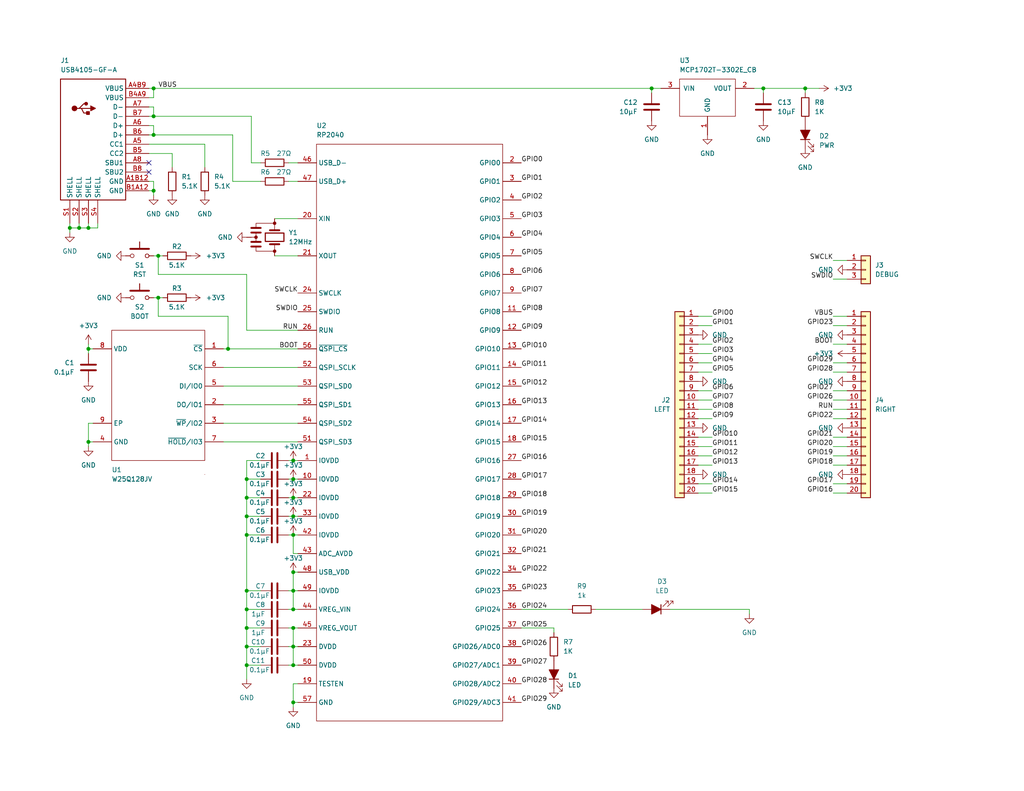
<source format=kicad_sch>
(kicad_sch (version 20211123) (generator eeschema)
  (paper "USLetter")
  (title_block (title "ENGR3430 Miniproject 3") (date "2022-09-22") (company "Olin College of Engineering"))
  (lib_symbols
    (symbol "Connector_Generic:Conn_01x03" (pin_names (offset 1.016) hide)
      (property "Reference" "J" (at 0 5.08 0))
      (property "Value" "Conn_01x03" (at 0 -5.08 0))
      (symbol "Conn_01x03_1_1"
        (rectangle (start -1.27 -2.413) (end 0 -2.667) (stroke (width 0.1524)))
        (rectangle (start -1.27 0.127) (end 0 -0.127) (stroke (width 0.1524)))
        (rectangle (start -1.27 2.667) (end 0 2.413) (stroke (width 0.1524)))
        (rectangle (start -1.27 3.81) (end 1.27 -3.81) (stroke (width 0.254)) (fill (type background)))
        (pin passive line (at -5.08 2.54 0) (length 3.81) (name "Pin_1") (number "1"))
        (pin passive line (at -5.08 0 0) (length 3.81) (name "Pin_2") (number "2"))
        (pin passive line (at -5.08 -2.54 0) (length 3.81) (name "Pin_3") (number "3"))
      )
    )
    (symbol "Connector_Generic:Conn_01x20" (pin_names (offset 1.016) hide)
      (property "Reference" "J" (at 0 25.4 0))
      (property "Value" "Conn_01x20" (at 0 -27.94 0))
      (symbol "Conn_01x20_1_1"
        (rectangle (start -1.27 -25.273) (end 0 -25.527) (stroke (width 0.1524)))
        (rectangle (start -1.27 -22.733) (end 0 -22.987) (stroke (width 0.1524)))
        (rectangle (start -1.27 -20.193) (end 0 -20.447) (stroke (width 0.1524)))
        (rectangle (start -1.27 -17.653) (end 0 -17.907) (stroke (width 0.1524)))
        (rectangle (start -1.27 -15.113) (end 0 -15.367) (stroke (width 0.1524)))
        (rectangle (start -1.27 -12.573) (end 0 -12.827) (stroke (width 0.1524)))
        (rectangle (start -1.27 -10.033) (end 0 -10.287) (stroke (width 0.1524)))
        (rectangle (start -1.27 -7.493) (end 0 -7.747) (stroke (width 0.1524)))
        (rectangle (start -1.27 -4.953) (end 0 -5.207) (stroke (width 0.1524)))
        (rectangle (start -1.27 -2.413) (end 0 -2.667) (stroke (width 0.1524)))
        (rectangle (start -1.27 0.127) (end 0 -0.127) (stroke (width 0.1524)))
        (rectangle (start -1.27 2.667) (end 0 2.413) (stroke (width 0.1524)))
        (rectangle (start -1.27 5.207) (end 0 4.953) (stroke (width 0.1524)))
        (rectangle (start -1.27 7.747) (end 0 7.493) (stroke (width 0.1524)))
        (rectangle (start -1.27 10.287) (end 0 10.033) (stroke (width 0.1524)))
        (rectangle (start -1.27 12.827) (end 0 12.573) (stroke (width 0.1524)))
        (rectangle (start -1.27 15.367) (end 0 15.113) (stroke (width 0.1524)))
        (rectangle (start -1.27 17.907) (end 0 17.653) (stroke (width 0.1524)))
        (rectangle (start -1.27 20.447) (end 0 20.193) (stroke (width 0.1524)))
        (rectangle (start -1.27 22.987) (end 0 22.733) (stroke (width 0.1524)))
        (rectangle (start -1.27 24.13) (end 1.27 -26.67) (stroke (width 0.254)) (fill (type background)))
        (pin passive line (at -5.08 22.86 0) (length 3.81) (name "Pin_1") (number "1"))
        (pin passive line (at -5.08 0 0) (length 3.81) (name "Pin_10") (number "10"))
        (pin passive line (at -5.08 -2.54 0) (length 3.81) (name "Pin_11") (number "11"))
        (pin passive line (at -5.08 -5.08 0) (length 3.81) (name "Pin_12") (number "12"))
        (pin passive line (at -5.08 -7.62 0) (length 3.81) (name "Pin_13") (number "13"))
        (pin passive line (at -5.08 -10.16 0) (length 3.81) (name "Pin_14") (number "14"))
        (pin passive line (at -5.08 -12.7 0) (length 3.81) (name "Pin_15") (number "15"))
        (pin passive line (at -5.08 -15.24 0) (length 3.81) (name "Pin_16") (number "16"))
        (pin passive line (at -5.08 -17.78 0) (length 3.81) (name "Pin_17") (number "17"))
        (pin passive line (at -5.08 -20.32 0) (length 3.81) (name "Pin_18") (number "18"))
        (pin passive line (at -5.08 -22.86 0) (length 3.81) (name "Pin_19") (number "19"))
        (pin passive line (at -5.08 20.32 0) (length 3.81) (name "Pin_2") (number "2"))
        (pin passive line (at -5.08 -25.4 0) (length 3.81) (name "Pin_20") (number "20"))
        (pin passive line (at -5.08 17.78 0) (length 3.81) (name "Pin_3") (number "3"))
        (pin passive line (at -5.08 15.24 0) (length 3.81) (name "Pin_4") (number "4"))
        (pin passive line (at -5.08 12.7 0) (length 3.81) (name "Pin_5") (number "5"))
        (pin passive line (at -5.08 10.16 0) (length 3.81) (name "Pin_6") (number "6"))
        (pin passive line (at -5.08 7.62 0) (length 3.81) (name "Pin_7") (number "7"))
        (pin passive line (at -5.08 5.08 0) (length 3.81) (name "Pin_8") (number "8"))
        (pin passive line (at -5.08 2.54 0) (length 3.81) (name "Pin_9") (number "9"))
      )
    )
    (symbol "Device:C" (pin_numbers hide) (pin_names (offset 0.254))
      (property "Reference" "C" (at 0.635 2.54 0))
      (property "Value" "C" (at 0.635 -2.54 0))
      (symbol "C_0_1"
        (polyline (pts (xy -2.032 -0.762) (xy 2.032 -0.762)) (stroke (width 0.508)))
        (polyline (pts (xy -2.032 0.762) (xy 2.032 0.762)) (stroke (width 0.508)))
      )
      (symbol "C_1_1"
        (pin passive line (at 0 3.81 270) (length 2.794) (name "~") (number "1"))
        (pin passive line (at 0 -3.81 90) (length 2.794) (name "~") (number "2"))
      )
    )
    (symbol "Device:LED_Filled" (pin_numbers hide) (pin_names (offset 1.016) hide)
      (property "Reference" "D" (at 0 2.54 0))
      (property "Value" "LED_Filled" (at 0 -2.54 0))
      (symbol "LED_Filled_0_1"
        (polyline (pts (xy -1.27 -1.27) (xy -1.27 1.27)) (stroke (width 0.254)))
        (polyline (pts (xy -1.27 0) (xy 1.27 0)))
        (polyline (pts (xy 1.27 -1.27) (xy 1.27 1.27) (xy -1.27 0) (xy 1.27 -1.27)) (stroke (width 0.254)) (fill (type outline)))
        (polyline (pts (xy -3.048 -0.762) (xy -4.572 -2.286) (xy -3.81 -2.286) (xy -4.572 -2.286) (xy -4.572 -1.524)))
        (polyline (pts (xy -1.778 -0.762) (xy -3.302 -2.286) (xy -2.54 -2.286) (xy -3.302 -2.286) (xy -3.302 -1.524)))
      )
      (symbol "LED_Filled_1_1"
        (pin passive line (at -3.81 0 0) (length 2.54) (name "K") (number "1"))
        (pin passive line (at 3.81 0 180) (length 2.54) (name "A") (number "2"))
      )
    )
    (symbol "Device:R" (pin_numbers hide) (pin_names (offset 0))
      (property "Reference" "R" (at 2.032 0 90))
      (property "Value" "R" (at 0 0 90))
      (symbol "R_0_1"
        (rectangle (start -1.016 -2.54) (end 1.016 2.54) (stroke (width 0.254)))
      )
      (symbol "R_1_1"
        (pin passive line (at 0 3.81 270) (length 1.27) (name "~") (number "1"))
        (pin passive line (at 0 -3.81 90) (length 1.27) (name "~") (number "2"))
      )
    )
    (symbol "Eclectronics:Crystal" (pin_numbers hide) (pin_names (offset 1.016) hide)
      (property "Reference" "Y" (at 0 7.62 0))
      (property "Value" "Crystal" (at 0 5.08 0))
      (symbol "Crystal_0_1"
        (circle (center -3.81 0) (radius 0.2794) (stroke (width 0.381)))
        (circle (center -3.81 0.127) (radius 0.0001))
        (rectangle (start -1.143 2.54) (end 1.143 -2.54) (stroke (width 0.3048)))
        (circle (center 0 -5.08) (radius 0.2794) (stroke (width 0.381)))
        (polyline (pts (xy -3.81 0) (xy -1.905 0)))
        (polyline (pts (xy -2.54 -3.81) (xy -2.54 -6.35)) (stroke (width 0.508)))
        (polyline (pts (xy -1.905 -1.27) (xy -1.905 1.27)) (stroke (width 0.508)))
        (polyline (pts (xy -1.27 -5.08) (xy 1.27 -5.08)))
        (polyline (pts (xy -1.27 -3.81) (xy -1.27 -6.35)) (stroke (width 0.508)))
        (polyline (pts (xy 0 -6.35) (xy 0 -5.08)))
        (polyline (pts (xy 1.27 -3.81) (xy 1.27 -6.35)) (stroke (width 0.508)))
        (polyline (pts (xy 1.905 -1.27) (xy 1.905 1.27)) (stroke (width 0.508)))
        (polyline (pts (xy 2.54 -3.81) (xy 2.54 -6.35)) (stroke (width 0.508)))
        (polyline (pts (xy 3.81 0) (xy 1.905 0)))
        (polyline (pts (xy -3.81 0) (xy -3.81 -5.08) (xy -2.54 -5.08)))
        (polyline (pts (xy 2.54 -5.08) (xy 3.81 -5.08) (xy 3.81 0)))
        (circle (center 3.81 0) (radius 0.2794) (stroke (width 0.381)))
      )
      (symbol "Crystal_1_1"
        (pin passive line (at -5.08 0 0) (length 1.27) (name "1") (number "1"))
        (pin passive line (at 0 -7.62 90) (length 1.27) (name "2") (number "2"))
        (pin passive line (at 5.08 0 180) (length 1.27) (name "3") (number "3"))
      )
    )
    (symbol "Eclectronics:MCP1702T-3302E_CB" (pin_names (offset 1.016))
      (property "Reference" "U" (at 0 8.89 0))
      (property "Value" "MCP1702T-3302E_CB" (at 0 6.35 0))
      (symbol "MCP1702T-3302E_CB_0_1"
        (rectangle (start 7.62 5.08) (end -7.62 -5.08))
      )
      (symbol "MCP1702T-3302E_CB_1_1"
        (pin input line (at 0 -10.16 90) (length 5.08) (name "GND") (number "1"))
        (pin input line (at 12.7 2.54 180) (length 5.08) (name "VOUT") (number "2"))
        (pin input line (at -12.7 2.54 0) (length 5.08) (name "VIN") (number "3"))
      )
    )
    (symbol "Eclectronics:RP2040"
      (property "Reference" "U" (at -25.4 82.55 0))
      (property "Value" "RP2040" (at -25.4 80.01 0))
      (symbol "RP2040_0_1"
        (rectangle (start -25.4 78.74) (end 25.4 -78.74))
        (rectangle (start 22.86 73.66) (end 22.86 73.66))
        (rectangle (start 22.86 73.66) (end 22.86 73.66))
      )
      (symbol "RP2040_1_1"
        (pin power_in line (at -30.48 -7.62 0) (length 5.08) (name "IOVDD") (number "1"))
        (pin power_in line (at -30.48 -12.7 0) (length 5.08) (name "IOVDD") (number "10"))
        (pin bidirectional line (at 30.48 33.02 180) (length 5.08) (name "GPIO8") (number "11"))
        (pin bidirectional line (at 30.48 27.94 180) (length 5.08) (name "GPIO9") (number "12"))
        (pin bidirectional line (at 30.48 22.86 180) (length 5.08) (name "GPIO10") (number "13"))
        (pin bidirectional line (at 30.48 17.78 180) (length 5.08) (name "GPIO11") (number "14"))
        (pin bidirectional line (at 30.48 12.7 180) (length 5.08) (name "GPIO12") (number "15"))
        (pin bidirectional line (at 30.48 7.62 180) (length 5.08) (name "GPIO13") (number "16"))
        (pin bidirectional line (at 30.48 2.54 180) (length 5.08) (name "GPIO14") (number "17"))
        (pin bidirectional line (at 30.48 -2.54 180) (length 5.08) (name "GPIO15") (number "18"))
        (pin input line (at -30.48 -68.58 0) (length 5.08) (name "TESTEN") (number "19"))
        (pin bidirectional line (at 30.48 73.66 180) (length 5.08) (name "GPIO0") (number "2"))
        (pin bidirectional line (at -30.48 58.42 0) (length 5.08) (name "XIN") (number "20"))
        (pin bidirectional line (at -30.48 48.26 0) (length 5.08) (name "XOUT") (number "21"))
        (pin power_in line (at -30.48 -17.78 0) (length 5.08) (name "IOVDD") (number "22"))
        (pin power_in line (at -30.48 -58.42 0) (length 5.08) (name "DVDD") (number "23"))
        (pin bidirectional line (at -30.48 38.1 0) (length 5.08) (name "SWCLK") (number "24"))
        (pin bidirectional line (at -30.48 33.02 0) (length 5.08) (name "SWDIO") (number "25"))
        (pin bidirectional line (at -30.48 27.94 0) (length 5.08) (name "RUN") (number "26"))
        (pin bidirectional line (at 30.48 -7.62 180) (length 5.08) (name "GPIO16") (number "27"))
        (pin bidirectional line (at 30.48 -12.7 180) (length 5.08) (name "GPIO17") (number "28"))
        (pin bidirectional line (at 30.48 -17.78 180) (length 5.08) (name "GPIO18") (number "29"))
        (pin bidirectional line (at 30.48 68.58 180) (length 5.08) (name "GPIO1") (number "3"))
        (pin bidirectional line (at 30.48 -22.86 180) (length 5.08) (name "GPIO19") (number "30"))
        (pin bidirectional line (at 30.48 -27.94 180) (length 5.08) (name "GPIO20") (number "31"))
        (pin bidirectional line (at 30.48 -33.02 180) (length 5.08) (name "GPIO21") (number "32"))
        (pin power_in line (at -30.48 -22.86 0) (length 5.08) (name "IOVDD") (number "33"))
        (pin bidirectional line (at 30.48 -38.1 180) (length 5.08) (name "GPIO22") (number "34"))
        (pin bidirectional line (at 30.48 -43.18 180) (length 5.08) (name "GPIO23") (number "35"))
        (pin bidirectional line (at 30.48 -48.26 180) (length 5.08) (name "GPIO24") (number "36"))
        (pin bidirectional line (at 30.48 -53.34 180) (length 5.08) (name "GPIO25") (number "37"))
        (pin bidirectional line (at 30.48 -58.42 180) (length 5.08) (name "GPIO26/ADC0") (number "38"))
        (pin bidirectional line (at 30.48 -63.5 180) (length 5.08) (name "GPIO27/ADC1") (number "39"))
        (pin bidirectional line (at 30.48 63.5 180) (length 5.08) (name "GPIO2") (number "4"))
        (pin bidirectional line (at 30.48 -68.58 180) (length 5.08) (name "GPIO28/ADC2") (number "40"))
        (pin bidirectional line (at 30.48 -73.66 180) (length 5.08) (name "GPIO29/ADC3") (number "41"))
        (pin power_in line (at -30.48 -27.94 0) (length 5.08) (name "IOVDD") (number "42"))
        (pin power_in line (at -30.48 -33.02 0) (length 5.08) (name "ADC_AVDD") (number "43"))
        (pin power_in line (at -30.48 -48.26 0) (length 5.08) (name "VREG_VIN") (number "44"))
        (pin power_out line (at -30.48 -53.34 0) (length 5.08) (name "VREG_VOUT") (number "45"))
        (pin bidirectional line (at -30.48 73.66 0) (length 5.08) (name "USB_D-") (number "46"))
        (pin bidirectional line (at -30.48 68.58 0) (length 5.08) (name "USB_D+") (number "47"))
        (pin power_in line (at -30.48 -38.1 0) (length 5.08) (name "USB_VDD") (number "48"))
        (pin power_in line (at -30.48 -43.18 0) (length 5.08) (name "IOVDD") (number "49"))
        (pin bidirectional line (at 30.48 58.42 180) (length 5.08) (name "GPIO3") (number "5"))
        (pin power_in line (at -30.48 -63.5 0) (length 5.08) (name "DVDD") (number "50"))
        (pin bidirectional line (at -30.48 -2.54 0) (length 5.08) (name "QSPI_SD3") (number "51"))
        (pin bidirectional line (at -30.48 17.78 0) (length 5.08) (name "QSPI_SCLK") (number "52"))
        (pin bidirectional line (at -30.48 12.7 0) (length 5.08) (name "QSPI_SD0") (number "53"))
        (pin bidirectional line (at -30.48 2.54 0) (length 5.08) (name "QSPI_SD2") (number "54"))
        (pin bidirectional line (at -30.48 7.62 0) (length 5.08) (name "QSPI_SD1") (number "55"))
        (pin bidirectional line (at -30.48 22.86 0) (length 5.08) (name "~{QSPI_CS}") (number "56"))
        (pin power_in line (at -30.48 -73.66 0) (length 5.08) (name "GND") (number "57"))
        (pin bidirectional line (at 30.48 53.34 180) (length 5.08) (name "GPIO4") (number "6"))
        (pin bidirectional line (at 30.48 48.26 180) (length 5.08) (name "GPIO5") (number "7"))
        (pin bidirectional line (at 30.48 43.18 180) (length 5.08) (name "GPIO6") (number "8"))
        (pin bidirectional line (at 30.48 38.1 180) (length 5.08) (name "GPIO7") (number "9"))
      )
    )
    (symbol "Eclectronics:SW" (pin_numbers hide) (pin_names (offset 1.016) hide)
      (property "Reference" "S" (at 1.27 2.54 0))
      (property "Value" "SW" (at 1.27 -2.54 0))
      (symbol "SW_0_1"
        (circle (center 0 -2.032) (radius 0.508))
        (polyline (pts (xy -1.905 -2.54) (xy -1.905 2.54)) (stroke (width 0.508)))
        (polyline (pts (xy -1.905 0) (xy -3.81 0)) (stroke (width 0.254)))
        (circle (center 0 2.032) (radius 0.508))
        (circle (center 0 2.032) (radius 0.508))
      )
      (symbol "SW_1_1"
        (pin input line (at 0 -3.81 90) (length 1.27) (name "1") (number "1"))
        (pin input line (at 0 3.81 270) (length 1.27) (name "2") (number "2"))
      )
    )
    (symbol "Eclectronics:USB4105-GF-A"
      (property "Reference" "J" (at -8.89 20.32 0))
      (property "Value" "USB4105-GF-A" (at -8.89 17.78 0))
      (symbol "USB4105-GF-A_0_1"
        (rectangle (start -8.89 16.51) (end 8.89 -16.51) (stroke (width 0.254)))
        (circle (center -5.08 8.509) (radius 0.635) (stroke (width 0.254)) (fill (type outline)))
        (circle (center -1.905 9.779) (radius 0.381) (stroke (width 0.254)) (fill (type outline)))
        (rectangle (start -1.016 7.62) (end -1.778 6.858) (stroke (width 0.254)) (fill (type outline)))
        (polyline (pts (xy -3.175 8.509) (xy -0.635 8.509)) (stroke (width 0.254)))
        (polyline (pts (xy -4.445 8.509) (xy -3.81 8.509) (xy -2.54 9.779) (xy -1.905 9.779)) (stroke (width 0.254)))
        (polyline (pts (xy -3.81 8.509) (xy -3.175 8.509) (xy -2.54 7.239) (xy -1.27 7.239)) (stroke (width 0.254)))
        (polyline (pts (xy -0.635 9.144) (xy -0.635 7.874) (xy 0.635 8.509) (xy -0.635 9.144)) (stroke (width 0.254)) (fill (type outline)))
      )
      (symbol "USB4105-GF-A_1_1"
        (pin power_in line (at 15.24 -11.43 180) (length 6.35) (name "GND") (number "A1B12"))
        (pin power_in line (at 15.24 13.97 180) (length 6.35) (name "VBUS") (number "A4B9"))
        (pin bidirectional line (at 15.24 -1.27 180) (length 6.35) (name "CC1") (number "A5"))
        (pin bidirectional line (at 15.24 3.81 180) (length 6.35) (name "D+") (number "A6"))
        (pin bidirectional line (at 15.24 8.89 180) (length 6.35) (name "D-") (number "A7"))
        (pin bidirectional line (at 15.24 -6.35 180) (length 6.35) (name "SBU1") (number "A8"))
        (pin power_in line (at 15.24 -13.97 180) (length 6.35) (name "GND") (number "B1A12"))
        (pin power_in line (at 15.24 11.43 180) (length 6.35) (name "VBUS") (number "B4A9"))
        (pin bidirectional line (at 15.24 -3.81 180) (length 6.35) (name "CC2") (number "B5"))
        (pin bidirectional line (at 15.24 1.27 180) (length 6.35) (name "D+") (number "B6"))
        (pin bidirectional line (at 15.24 6.35 180) (length 6.35) (name "D-") (number "B7"))
        (pin bidirectional line (at 15.24 -8.89 180) (length 6.35) (name "SBU2") (number "B8"))
        (pin power_in line (at -6.35 -22.86 90) (length 6.35) (name "SHELL") (number "S1"))
        (pin power_in line (at -3.81 -22.86 90) (length 6.35) (name "SHELL") (number "S2"))
        (pin power_in line (at -1.27 -22.86 90) (length 6.35) (name "SHELL") (number "S3"))
        (pin power_in line (at 1.27 -22.86 90) (length 6.35) (name "SHELL") (number "S4"))
      )
    )
    (symbol "Eclectronics:W25Q128JV"
      (property "Reference" "U" (at -12.7 21.59 0))
      (property "Value" "W25Q128JV" (at -12.7 19.05 0))
      (symbol "W25Q128JV_0_1"
        (rectangle (start -12.7 17.78) (end 12.7 -17.78))
        (rectangle (start 12.7 -21.59) (end 12.7 -21.59))
      )
      (symbol "W25Q128JV_1_1"
        (pin input line (at 17.78 12.7 180) (length 5.08) (name "~{CS}") (number "1"))
        (pin bidirectional line (at 17.78 -2.54 180) (length 5.08) (name "DO/IO1") (number "2"))
        (pin bidirectional line (at 17.78 -7.62 180) (length 5.08) (name "~{WP}/IO2") (number "3"))
        (pin power_in line (at -17.78 -12.7 0) (length 5.08) (name "GND") (number "4"))
        (pin bidirectional line (at 17.78 2.54 180) (length 5.08) (name "DI/IO0") (number "5"))
        (pin input line (at 17.78 7.62 180) (length 5.08) (name "SCK") (number "6"))
        (pin bidirectional line (at 17.78 -12.7 180) (length 5.08) (name "~{HOLD}/IO3") (number "7"))
        (pin power_in line (at -17.78 12.7 0) (length 5.08) (name "VDD") (number "8"))
        (pin power_in line (at -17.78 -7.62 0) (length 5.08) (name "EP") (number "9"))
      )
    )
    (symbol "power:+3V3" (power) (pin_names (offset 0))
      (property "Value" "+3V3" (at 0 3.556 0))
      (symbol "+3V3_0_1"
        (polyline (pts (xy -0.762 1.27) (xy 0 2.54)))
        (polyline (pts (xy 0 0) (xy 0 2.54)))
        (polyline (pts (xy 0 2.54) (xy 0.762 1.27)))
      )
      (symbol "+3V3_1_1"
        (pin power_in line (at 0 0 90) (length 0) hide (name "+3V3") (number "1"))
      )
    )
    (symbol "power:GND" (power) (pin_names (offset 0))
      (property "Value" "GND" (at 0 -3.81 0))
      (symbol "GND_0_1"
        (polyline (pts (xy 0 0) (xy 0 -1.27) (xy 1.27 -1.27) (xy 0 -2.54) (xy -1.27 -1.27) (xy 0 -1.27)))
      )
      (symbol "GND_1_1"
        (pin power_in line (at 0 0 270) (length 0) hide (name "GND") (number "1"))
      )
    )
  )
  (junction (at 67.31 130.81))
  (junction (at 67.31 146.05))
  (junction (at 80.01 125.73))
  (junction (at 67.31 171.45))
  (junction (at 80.01 156.21))
  (junction (at 41.91 36.83))
  (junction (at 19.05 62.23))
  (junction (at 80.01 176.53))
  (junction (at 41.91 52.07))
  (junction (at 219.71 24.13))
  (junction (at 67.31 161.29))
  (junction (at 80.01 166.37))
  (junction (at 80.01 135.89))
  (junction (at 80.01 140.97))
  (junction (at 67.31 140.97))
  (junction (at 80.01 191.77))
  (junction (at 80.01 171.45))
  (junction (at 208.28 24.13))
  (junction (at 21.59 62.23))
  (junction (at 80.01 181.61))
  (junction (at 67.31 176.53))
  (junction (at 80.01 161.29))
  (junction (at 43.18 69.85))
  (junction (at 80.01 146.05))
  (junction (at 24.13 120.65))
  (junction (at 41.91 24.13))
  (junction (at 43.18 81.28))
  (junction (at 62.23 95.25))
  (junction (at 177.8 24.13))
  (junction (at 24.13 95.25))
  (junction (at 67.31 181.61))
  (junction (at 24.13 62.23))
  (junction (at 41.91 31.75))
  (junction (at 67.31 166.37))
  (junction (at 80.01 130.81))
  (junction (at 67.31 135.89))
  (no_connect (at 40.64 46.99))
  (no_connect (at 40.64 44.45))
  (wire (pts (xy 78.74 146.05) (xy 80.01 146.05)))
  (wire (pts (xy 67.31 130.81) (xy 71.12 130.81)))
  (wire (pts (xy 78.74 140.97) (xy 80.01 140.97)))
  (wire (pts (xy 194.31 127) (xy 190.5 127)))
  (wire (pts (xy 67.31 146.05) (xy 67.31 140.97)))
  (wire (pts (xy 227.33 127) (xy 231.14 127)))
  (wire (pts (xy 40.64 36.83) (xy 41.91 36.83)))
  (wire (pts (xy 68.58 31.75) (xy 68.58 44.45)))
  (wire (pts (xy 41.91 36.83) (xy 63.5 36.83)))
  (wire (pts (xy 80.01 166.37) (xy 81.28 166.37)))
  (wire (pts (xy 68.58 44.45) (xy 71.12 44.45)))
  (wire (pts (xy 227.33 119.38) (xy 231.14 119.38)))
  (wire (pts (xy 177.8 24.13) (xy 180.34 24.13)))
  (wire (pts (xy 62.23 86.36) (xy 62.23 95.25)))
  (wire (pts (xy 24.13 62.23) (xy 26.67 62.23)))
  (wire (pts (xy 67.31 166.37) (xy 67.31 161.29)))
  (wire (pts (xy 67.31 161.29) (xy 71.12 161.29)))
  (wire (pts (xy 19.05 60.96) (xy 19.05 62.23)))
  (wire (pts (xy 43.18 86.36) (xy 62.23 86.36)))
  (wire (pts (xy 194.31 86.36) (xy 190.5 86.36)))
  (wire (pts (xy 227.33 124.46) (xy 231.14 124.46)))
  (wire (pts (xy 41.91 49.53) (xy 41.91 52.07)))
  (wire (pts (xy 80.01 146.05) (xy 81.28 146.05)))
  (wire (pts (xy 208.28 24.13) (xy 219.71 24.13)))
  (wire (pts (xy 41.91 36.83) (xy 41.91 34.29)))
  (wire (pts (xy 227.33 106.68) (xy 231.14 106.68)))
  (wire (pts (xy 80.01 171.45) (xy 80.01 176.53)))
  (wire (pts (xy 40.64 29.21) (xy 41.91 29.21)))
  (wire (pts (xy 190.5 93.98) (xy 194.31 93.98)))
  (wire (pts (xy 67.31 130.81) (xy 67.31 125.73)))
  (wire (pts (xy 41.91 24.13) (xy 177.8 24.13)))
  (wire (pts (xy 67.31 135.89) (xy 67.31 130.81)))
  (wire (pts (xy 78.74 44.45) (xy 81.28 44.45)))
  (wire (pts (xy 80.01 161.29) (xy 81.28 161.29)))
  (wire (pts (xy 194.31 109.22) (xy 190.5 109.22)))
  (wire (pts (xy 55.88 39.37) (xy 55.88 45.72)))
  (wire (pts (xy 80.01 151.13) (xy 81.28 151.13)))
  (wire (pts (xy 177.8 25.4) (xy 177.8 24.13)))
  (wire (pts (xy 78.74 161.29) (xy 80.01 161.29)))
  (wire (pts (xy 78.74 171.45) (xy 80.01 171.45)))
  (wire (pts (xy 67.31 140.97) (xy 67.31 135.89)))
  (wire (pts (xy 67.31 146.05) (xy 71.12 146.05)))
  (wire (pts (xy 227.33 71.12) (xy 231.14 71.12)))
  (wire (pts (xy 60.96 95.25) (xy 62.23 95.25)))
  (wire (pts (xy 41.91 52.07) (xy 41.91 53.34)))
  (wire (pts (xy 190.5 99.06) (xy 194.31 99.06)))
  (wire (pts (xy 67.31 90.17) (xy 81.28 90.17)))
  (wire (pts (xy 80.01 176.53) (xy 80.01 181.61)))
  (wire (pts (xy 81.28 125.73) (xy 80.01 125.73)))
  (wire (pts (xy 46.99 41.91) (xy 46.99 45.72)))
  (wire (pts (xy 24.13 96.52) (xy 24.13 95.25)))
  (wire (pts (xy 24.13 115.57) (xy 24.13 120.65)))
  (wire (pts (xy 78.74 166.37) (xy 80.01 166.37)))
  (wire (pts (xy 43.18 81.28) (xy 44.45 81.28)))
  (wire (pts (xy 63.5 49.53) (xy 71.12 49.53)))
  (wire (pts (xy 194.31 132.08) (xy 190.5 132.08)))
  (wire (pts (xy 227.33 111.76) (xy 231.14 111.76)))
  (wire (pts (xy 227.33 88.9) (xy 231.14 88.9)))
  (wire (pts (xy 80.01 156.21) (xy 80.01 161.29)))
  (wire (pts (xy 81.28 171.45) (xy 80.01 171.45)))
  (wire (pts (xy 78.74 176.53) (xy 80.01 176.53)))
  (wire (pts (xy 40.64 39.37) (xy 55.88 39.37)))
  (wire (pts (xy 205.74 24.13) (xy 208.28 24.13)))
  (wire (pts (xy 41.91 81.28) (xy 43.18 81.28)))
  (wire (pts (xy 190.5 101.6) (xy 194.31 101.6)))
  (wire (pts (xy 227.33 76.2) (xy 231.14 76.2)))
  (wire (pts (xy 24.13 93.98) (xy 24.13 95.25)))
  (wire (pts (xy 60.96 115.57) (xy 81.28 115.57)))
  (wire (pts (xy 142.24 166.37) (xy 154.94 166.37)))
  (wire (pts (xy 21.59 60.96) (xy 21.59 62.23)))
  (wire (pts (xy 25.4 120.65) (xy 24.13 120.65)))
  (wire (pts (xy 182.88 166.37) (xy 204.47 166.37)))
  (wire (pts (xy 80.01 156.21) (xy 81.28 156.21)))
  (wire (pts (xy 194.31 111.76) (xy 190.5 111.76)))
  (wire (pts (xy 41.91 69.85) (xy 43.18 69.85)))
  (wire (pts (xy 80.01 181.61) (xy 81.28 181.61)))
  (wire (pts (xy 41.91 24.13) (xy 41.91 26.67)))
  (wire (pts (xy 41.91 26.67) (xy 40.64 26.67)))
  (wire (pts (xy 41.91 31.75) (xy 68.58 31.75)))
  (wire (pts (xy 67.31 125.73) (xy 71.12 125.73)))
  (wire (pts (xy 81.28 186.69) (xy 80.01 186.69)))
  (wire (pts (xy 67.31 176.53) (xy 71.12 176.53)))
  (wire (pts (xy 41.91 34.29) (xy 40.64 34.29)))
  (wire (pts (xy 67.31 171.45) (xy 67.31 166.37)))
  (wire (pts (xy 219.71 24.13) (xy 223.52 24.13)))
  (wire (pts (xy 80.01 176.53) (xy 81.28 176.53)))
  (wire (pts (xy 41.91 31.75) (xy 40.64 31.75)))
  (wire (pts (xy 21.59 62.23) (xy 24.13 62.23)))
  (wire (pts (xy 63.5 36.83) (xy 63.5 49.53)))
  (wire (pts (xy 227.33 114.3) (xy 231.14 114.3)))
  (wire (pts (xy 24.13 120.65) (xy 24.13 121.92)))
  (wire (pts (xy 19.05 62.23) (xy 21.59 62.23)))
  (wire (pts (xy 142.24 171.45) (xy 151.13 171.45)))
  (wire (pts (xy 62.23 95.25) (xy 81.28 95.25)))
  (wire (pts (xy 80.01 146.05) (xy 80.01 151.13)))
  (wire (pts (xy 227.33 132.08) (xy 231.14 132.08)))
  (wire (pts (xy 80.01 186.69) (xy 80.01 191.77)))
  (wire (pts (xy 40.64 49.53) (xy 41.91 49.53)))
  (wire (pts (xy 227.33 86.36) (xy 231.14 86.36)))
  (wire (pts (xy 151.13 172.72) (xy 151.13 171.45)))
  (wire (pts (xy 204.47 166.37) (xy 204.47 167.64)))
  (wire (pts (xy 80.01 135.89) (xy 81.28 135.89)))
  (wire (pts (xy 67.31 181.61) (xy 71.12 181.61)))
  (wire (pts (xy 194.31 119.38) (xy 190.5 119.38)))
  (wire (pts (xy 60.96 100.33) (xy 81.28 100.33)))
  (wire (pts (xy 227.33 93.98) (xy 231.14 93.98)))
  (wire (pts (xy 67.31 166.37) (xy 71.12 166.37)))
  (wire (pts (xy 194.31 106.68) (xy 190.5 106.68)))
  (wire (pts (xy 19.05 63.5) (xy 19.05 62.23)))
  (wire (pts (xy 60.96 110.49) (xy 81.28 110.49)))
  (wire (pts (xy 41.91 29.21) (xy 41.91 31.75)))
  (wire (pts (xy 41.91 52.07) (xy 40.64 52.07)))
  (wire (pts (xy 24.13 60.96) (xy 24.13 62.23)))
  (wire (pts (xy 67.31 171.45) (xy 71.12 171.45)))
  (wire (pts (xy 162.56 166.37) (xy 175.26 166.37)))
  (wire (pts (xy 60.96 120.65) (xy 81.28 120.65)))
  (wire (pts (xy 26.67 62.23) (xy 26.67 60.96)))
  (wire (pts (xy 24.13 95.25) (xy 25.4 95.25)))
  (wire (pts (xy 43.18 74.93) (xy 67.31 74.93)))
  (wire (pts (xy 78.74 135.89) (xy 80.01 135.89)))
  (wire (pts (xy 208.28 24.13) (xy 208.28 25.4)))
  (wire (pts (xy 80.01 161.29) (xy 80.01 166.37)))
  (wire (pts (xy 81.28 191.77) (xy 80.01 191.77)))
  (wire (pts (xy 43.18 69.85) (xy 44.45 69.85)))
  (wire (pts (xy 80.01 130.81) (xy 81.28 130.81)))
  (wire (pts (xy 43.18 69.85) (xy 43.18 74.93)))
  (wire (pts (xy 194.31 114.3) (xy 190.5 114.3)))
  (wire (pts (xy 40.64 24.13) (xy 41.91 24.13)))
  (wire (pts (xy 74.93 59.69) (xy 81.28 59.69)))
  (wire (pts (xy 67.31 185.42) (xy 67.31 181.61)))
  (wire (pts (xy 227.33 121.92) (xy 231.14 121.92)))
  (wire (pts (xy 60.96 105.41) (xy 81.28 105.41)))
  (wire (pts (xy 219.71 24.13) (xy 219.71 25.4)))
  (wire (pts (xy 227.33 134.62) (xy 231.14 134.62)))
  (wire (pts (xy 78.74 130.81) (xy 80.01 130.81)))
  (wire (pts (xy 43.18 81.28) (xy 43.18 86.36)))
  (wire (pts (xy 194.31 134.62) (xy 190.5 134.62)))
  (wire (pts (xy 25.4 115.57) (xy 24.13 115.57)))
  (wire (pts (xy 227.33 101.6) (xy 231.14 101.6)))
  (wire (pts (xy 194.31 124.46) (xy 190.5 124.46)))
  (wire (pts (xy 67.31 146.05) (xy 67.31 161.29)))
  (wire (pts (xy 194.31 88.9) (xy 190.5 88.9)))
  (wire (pts (xy 78.74 49.53) (xy 81.28 49.53)))
  (wire (pts (xy 80.01 140.97) (xy 81.28 140.97)))
  (wire (pts (xy 67.31 74.93) (xy 67.31 90.17)))
  (wire (pts (xy 194.31 121.92) (xy 190.5 121.92)))
  (wire (pts (xy 74.93 69.85) (xy 81.28 69.85)))
  (wire (pts (xy 190.5 96.52) (xy 194.31 96.52)))
  (wire (pts (xy 40.64 41.91) (xy 46.99 41.91)))
  (wire (pts (xy 227.33 109.22) (xy 231.14 109.22)))
  (wire (pts (xy 67.31 176.53) (xy 67.31 171.45)))
  (wire (pts (xy 78.74 181.61) (xy 80.01 181.61)))
  (wire (pts (xy 80.01 191.77) (xy 80.01 193.04)))
  (wire (pts (xy 67.31 135.89) (xy 71.12 135.89)))
  (wire (pts (xy 67.31 140.97) (xy 71.12 140.97)))
  (wire (pts (xy 67.31 181.61) (xy 67.31 176.53)))
  (wire (pts (xy 227.33 99.06) (xy 231.14 99.06)))
  (wire (pts (xy 78.74 125.73) (xy 80.01 125.73)))
  (label "GPIO9" (at 194.31 114.3 0))
  (label "GPIO21" (at 142.24 151.13 0))
  (label "GPIO6" (at 194.31 106.68 0))
  (label "GPIO17" (at 142.24 130.81 0))
  (label "GPIO14" (at 194.31 132.08 0))
  (label "GPIO16" (at 142.24 125.73 0))
  (label "GPIO3" (at 194.31 96.52 0))
  (label "GPIO12" (at 142.24 105.41 0))
  (label "GPIO23" (at 227.33 88.9 180))
  (label "GPIO17" (at 227.33 132.08 180))
  (label "GPIO27" (at 227.33 106.68 180))
  (label "GPIO21" (at 227.33 119.38 180))
  (label "GPIO4" (at 142.24 64.77 0))
  (label "GPIO28" (at 227.33 101.6 180))
  (label "RUN" (at 81.28 90.17 180))
  (label "GPIO10" (at 142.24 95.25 0))
  (label "GPIO13" (at 194.31 127 0))
  (label "SWDIO" (at 81.28 85.09 180))
  (label "GPIO29" (at 227.33 99.06 180))
  (label "GPIO6" (at 142.24 74.93 0))
  (label "SWCLK" (at 81.28 80.01 180))
  (label "GPIO28" (at 142.24 186.69 0))
  (label "GPIO24" (at 142.24 166.37 0))
  (label "GPIO27" (at 142.24 181.61 0))
  (label "GPIO19" (at 227.33 124.46 180))
  (label "GPIO15" (at 194.31 134.62 0))
  (label "GPIO26" (at 142.24 176.53 0))
  (label "GPIO0" (at 194.31 86.36 0))
  (label "GPIO1" (at 194.31 88.9 0))
  (label "SWDIO" (at 227.33 76.2 180))
  (label "GPIO4" (at 194.31 99.06 0))
  (label "GPIO7" (at 194.31 109.22 0))
  (label "GPIO1" (at 142.24 49.53 0))
  (label "GPIO12" (at 194.31 124.46 0))
  (label "GPIO25" (at 142.24 171.45 0))
  (label "GPIO9" (at 142.24 90.17 0))
  (label "GPIO0" (at 142.24 44.45 0))
  (label "GPIO14" (at 142.24 115.57 0))
  (label "GPIO18" (at 142.24 135.89 0))
  (label "GPIO15" (at 142.24 120.65 0))
  (label "VBUS" (at 43.18 24.13 0))
  (label "GPIO16" (at 227.33 134.62 180))
  (label "BOOT" (at 81.28 95.25 180))
  (label "GPIO10" (at 194.31 119.38 0))
  (label "GPIO11" (at 194.31 121.92 0))
  (label "GPIO13" (at 142.24 110.49 0))
  (label "GPIO5" (at 194.31 101.6 0))
  (label "GPIO20" (at 142.24 146.05 0))
  (label "GPIO8" (at 142.24 85.09 0))
  (label "GPIO11" (at 142.24 100.33 0))
  (label "BOOT" (at 227.33 93.98 180))
  (label "RUN" (at 227.33 111.76 180))
  (label "VBUS" (at 227.33 86.36 180))
  (label "GPIO2" (at 142.24 54.61 0))
  (label "GPIO22" (at 227.33 114.3 180))
  (label "GPIO19" (at 142.24 140.97 0))
  (label "GPIO29" (at 142.24 191.77 0))
  (label "GPIO2" (at 194.31 93.98 0))
  (label "GPIO26" (at 227.33 109.22 180))
  (label "GPIO18" (at 227.33 127 180))
  (label "GPIO5" (at 142.24 69.85 0))
  (label "SWCLK" (at 227.33 71.12 180))
  (label "GPIO3" (at 142.24 59.69 0))
  (label "GPIO7" (at 142.24 80.01 0))
  (label "GPIO8" (at 194.31 111.76 0))
  (label "GPIO20" (at 227.33 121.92 180))
  (label "GPIO23" (at 142.24 161.29 0))
  (label "GPIO22" (at 142.24 156.21 0))
  (symbol (lib_id "Connector_Generic:Conn_01x20") (at 236.22 109.22 0) (unit 1)
    (property "Reference" "J4" (at 238.76 109.2199 0) (effects (justify left)))
    (property "Value" "RIGHT" (at 238.76 111.7599 0) (effects (justify left)))
    (property "Footprint" "Connector_PinSocket_2.54mm:PinSocket_1x20_P2.54mm_Vertical" (effects hide))
  )
  (symbol (lib_id "Connector_Generic:Conn_01x03") (at 236.22 73.66 0) (unit 1)
    (property "Reference" "J3" (at 238.76 72.3899 0) (effects (justify left)))
    (property "Value" "DEBUG" (at 238.76 74.9299 0) (effects (justify left)))
    (property "Footprint" "Connector_PinSocket_1.27mm:PinSocket_1x03_P1.27mm_Vertical" (effects hide))
  )
  (symbol (lib_id "power:GND") (at 190.5 129.54 90) (unit 1)
    (property "Reference" "#PWR022" (effects hide))
    (property "Value" "GND" (at 194.31 129.5399 90) (effects (justify right)))
  )
  (symbol (lib_id "power:GND") (at 34.29 81.28 270) (unit 1)
    (property "Reference" "#PWR06" (effects hide))
    (property "Value" "GND" (at 30.48 81.2799 90) (effects (justify right)))
  )
  (symbol (lib_id "power:GND") (at 19.05 63.5 0) (unit 1)
    (property "Reference" "#PWR01" (effects hide))
    (property "Value" "GND" (at 19.05 68.58 0))
  )
  (symbol (lib_id "power:+3V3") (at 80.01 135.89 0) (unit 1)
    (property "Reference" "#PWR0104" (effects hide))
    (property "Value" "+3V3" (at 80.01 132.08 0))
  )
  (symbol (lib_id "Device:R") (at 74.93 49.53 90) (unit 1)
    (property "Reference" "R6" (at 72.39 46.99 90))
    (property "Value" "27Ω" (at 77.47 46.99 90))
    (property "Footprint" "Resistor_SMD:R_0402_1005Metric" (effects hide))
  )
  (symbol (lib_id "power:GND") (at 231.14 73.66 270) (unit 1)
    (property "Reference" "#PWR026" (effects hide))
    (property "Value" "GND" (at 227.33 73.6599 90) (effects (justify right)))
  )
  (symbol (lib_id "Eclectronics:SW") (at 38.1 69.85 270) (unit 1)
    (property "Reference" "S1" (at 38.1 72.39 90))
    (property "Value" "RST" (at 38.1 74.93 90))
    (property "Footprint" "Button_Switch_SMD:SW_SPST_CK_KXT3" (effects hide))
  )
  (symbol (lib_id "Device:LED_Filled") (at 179.07 166.37 180) (unit 1)
    (property "Reference" "D3" (at 180.6575 158.75 0))
    (property "Value" "LED" (at 180.6575 161.29 0))
    (property "Footprint" "LED_SMD:LED_0805_2012Metric" (effects hide))
  )
  (symbol (lib_id "Device:C") (at 74.93 140.97 270) (unit 1)
    (property "Reference" "C5" (at 72.39 139.7 90) (effects (justify right)))
    (property "Value" "0.1µF" (at 73.66 142.24 90) (effects (justify right)))
    (property "Footprint" "Capacitor_SMD:C_0402_1005Metric" (effects hide))
  )
  (symbol (lib_id "Device:C") (at 74.93 176.53 270) (unit 1)
    (property "Reference" "C10" (at 72.39 175.26 90) (effects (justify right)))
    (property "Value" "0.1µF" (at 73.66 177.8 90) (effects (justify right)))
    (property "Footprint" "Capacitor_SMD:C_0402_1005Metric" (effects hide))
  )
  (symbol (lib_id "Device:C") (at 24.13 100.33 0) (mirror x) (unit 1)
    (property "Reference" "C1" (at 20.32 99.0599 0) (effects (justify right)))
    (property "Value" "0.1µF" (at 20.32 101.5999 0) (effects (justify right)))
    (property "Footprint" "Capacitor_SMD:C_0402_1005Metric" (effects hide))
  )
  (symbol (lib_id "power:GND") (at 46.99 53.34 0) (unit 1)
    (property "Reference" "#PWR08" (effects hide))
    (property "Value" "GND" (at 46.99 58.42 0))
  )
  (symbol (lib_id "power:GND") (at 193.04 36.83 0) (unit 1)
    (property "Reference" "#PWR018" (effects hide))
    (property "Value" "GND" (at 193.04 41.91 0))
  )
  (symbol (lib_id "Device:C") (at 74.93 146.05 270) (unit 1)
    (property "Reference" "C6" (at 72.39 144.78 90) (effects (justify right)))
    (property "Value" "0.1µF" (at 73.66 147.32 90) (effects (justify right)))
    (property "Footprint" "Capacitor_SMD:C_0402_1005Metric" (effects hide))
  )
  (symbol (lib_id "Device:R") (at 48.26 69.85 90) (unit 1)
    (property "Reference" "R2" (at 48.26 67.31 90))
    (property "Value" "5.1K" (at 48.26 72.39 90))
    (property "Footprint" "Resistor_SMD:R_0402_1005Metric" (effects hide))
  )
  (symbol (lib_id "power:GND") (at 190.5 116.84 90) (unit 1)
    (property "Reference" "#PWR021" (effects hide))
    (property "Value" "GND" (at 194.31 116.8399 90) (effects (justify right)))
  )
  (symbol (lib_id "Eclectronics:SW") (at 38.1 81.28 270) (unit 1)
    (property "Reference" "S2" (at 38.1 83.82 90))
    (property "Value" "BOOT" (at 38.1 86.36 90))
    (property "Footprint" "Button_Switch_SMD:SW_SPST_CK_KXT3" (effects hide))
  )
  (symbol (lib_id "power:+3V3") (at 223.52 24.13 270) (unit 1)
    (property "Reference" "#PWR025" (effects hide))
    (property "Value" "+3V3" (at 227.33 24.1299 90) (effects (justify left)))
  )
  (symbol (lib_id "power:+3V3") (at 80.01 130.81 0) (unit 1)
    (property "Reference" "#PWR0103" (effects hide))
    (property "Value" "+3V3" (at 80.01 127 0))
  )
  (symbol (lib_id "power:GND") (at 208.28 33.02 0) (unit 1)
    (property "Reference" "#PWR023" (effects hide))
    (property "Value" "GND" (at 208.28 38.1 0))
  )
  (symbol (lib_id "power:GND") (at 24.13 104.14 0) (unit 1)
    (property "Reference" "#PWR03" (effects hide))
    (property "Value" "GND" (at 24.13 109.22 0))
  )
  (symbol (lib_id "Device:LED_Filled") (at 219.71 36.83 90) (unit 1)
    (property "Reference" "D2" (at 223.52 37.1474 90) (effects (justify right)))
    (property "Value" "PWR" (at 223.52 39.6874 90) (effects (justify right)))
    (property "Footprint" "LED_SMD:LED_0805_2012Metric" (effects hide))
  )
  (symbol (lib_id "power:GND") (at 41.91 53.34 0) (unit 1)
    (property "Reference" "#PWR07" (effects hide))
    (property "Value" "GND" (at 41.91 58.42 0))
  )
  (symbol (lib_id "power:GND") (at 80.01 193.04 0) (unit 1)
    (property "Reference" "#PWR015" (effects hide))
    (property "Value" "GND" (at 80.01 198.12 0))
  )
  (symbol (lib_id "Eclectronics:USB4105-GF-A") (at 25.4 38.1 0) (unit 1)
    (property "Reference" "J1" (at 16.51 16.51 0) (effects (justify left)))
    (property "Value" "USB4105-GF-A" (at 16.51 19.05 0) (effects (justify left)))
    (property "Footprint" "Eclectronics:USB4105-GF-A" (effects hide))
  )
  (symbol (lib_id "power:GND") (at 34.29 69.85 270) (unit 1)
    (property "Reference" "#PWR05" (effects hide))
    (property "Value" "GND" (at 30.48 69.8499 90) (effects (justify right)))
  )
  (symbol (lib_id "power:GND") (at 190.5 104.14 90) (unit 1)
    (property "Reference" "#PWR020" (effects hide))
    (property "Value" "GND" (at 194.31 104.1399 90) (effects (justify right)))
  )
  (symbol (lib_id "power:+3V3") (at 52.07 81.28 270) (unit 1)
    (property "Reference" "#PWR010" (effects hide))
    (property "Value" "+3V3" (at 56.134 81.2799 90) (effects (justify left)))
  )
  (symbol (lib_id "power:GND") (at 151.13 187.96 0) (unit 1)
    (property "Reference" "#PWR016" (effects hide))
    (property "Value" "GND" (at 151.13 193.04 0))
  )
  (symbol (lib_id "power:+3V3") (at 52.07 69.85 270) (unit 1)
    (property "Reference" "#PWR09" (effects hide))
    (property "Value" "+3V3" (at 56.134 69.8499 90) (effects (justify left)))
  )
  (symbol (lib_id "power:GND") (at 231.14 129.54 270) (unit 1)
    (property "Reference" "#PWR031" (effects hide))
    (property "Value" "GND" (at 227.33 129.5399 90) (effects (justify right)))
  )
  (symbol (lib_id "Device:C") (at 74.93 130.81 270) (unit 1)
    (property "Reference" "C3" (at 72.39 129.54 90) (effects (justify right)))
    (property "Value" "0.1µF" (at 73.66 132.08 90) (effects (justify right)))
    (property "Footprint" "Capacitor_SMD:C_0402_1005Metric" (effects hide))
  )
  (symbol (lib_id "Device:C") (at 74.93 166.37 270) (unit 1)
    (property "Reference" "C8" (at 72.39 165.1 90) (effects (justify right)))
    (property "Value" "1µF" (at 72.39 167.64 90) (effects (justify right)))
    (property "Footprint" "Capacitor_SMD:C_0402_1005Metric" (effects hide))
  )
  (symbol (lib_id "power:GND") (at 219.71 40.64 0) (unit 1)
    (property "Reference" "#PWR024" (effects hide))
    (property "Value" "GND" (at 219.71 45.72 0))
  )
  (symbol (lib_id "Device:C") (at 177.8 29.21 0) (mirror x) (unit 1)
    (property "Reference" "C12" (at 173.99 27.9399 0) (effects (justify right)))
    (property "Value" "10µF" (at 173.99 30.4799 0) (effects (justify right)))
    (property "Footprint" "Capacitor_SMD:C_0603_1608Metric" (effects hide))
  )
  (symbol (lib_id "Device:R") (at 151.13 176.53 0) (unit 1)
    (property "Reference" "R7" (at 153.67 175.2599 0) (effects (justify left)))
    (property "Value" "1K" (at 153.67 177.7999 0) (effects (justify left)))
    (property "Footprint" "Resistor_SMD:R_0402_1005Metric" (effects hide))
  )
  (symbol (lib_id "Device:C") (at 208.28 29.21 0) (unit 1)
    (property "Reference" "C13" (at 212.09 27.9399 0) (effects (justify left)))
    (property "Value" "10µF" (at 212.09 30.4799 0) (effects (justify left)))
    (property "Footprint" "Capacitor_SMD:C_0603_1608Metric" (effects hide))
  )
  (symbol (lib_id "power:GND") (at 190.5 91.44 90) (unit 1)
    (property "Reference" "#PWR019" (effects hide))
    (property "Value" "GND" (at 194.31 91.4399 90) (effects (justify right)))
  )
  (symbol (lib_id "power:GND") (at 231.14 116.84 270) (unit 1)
    (property "Reference" "#PWR030" (effects hide))
    (property "Value" "GND" (at 227.33 116.8399 90) (effects (justify right)))
  )
  (symbol (lib_id "power:+3V3") (at 80.01 146.05 0) (unit 1)
    (property "Reference" "#PWR0101" (effects hide))
    (property "Value" "+3V3" (at 80.01 142.24 0))
  )
  (symbol (lib_id "Device:R") (at 74.93 44.45 90) (unit 1)
    (property "Reference" "R5" (at 72.39 41.91 90))
    (property "Value" "27Ω" (at 77.47 41.91 90))
    (property "Footprint" "Resistor_SMD:R_0402_1005Metric" (effects hide))
  )
  (symbol (lib_id "power:+3V3") (at 80.01 125.73 0) (unit 1)
    (property "Reference" "#PWR014" (effects hide))
    (property "Value" "+3V3" (at 80.01 121.92 0))
  )
  (symbol (lib_id "power:+3V3") (at 231.14 96.52 90) (unit 1)
    (property "Reference" "#PWR028" (effects hide))
    (property "Value" "+3V3" (at 227.33 96.5199 90) (effects (justify left)))
  )
  (symbol (lib_id "power:GND") (at 24.13 121.92 0) (unit 1)
    (property "Reference" "#PWR04" (effects hide))
    (property "Value" "GND" (at 24.13 127 0))
  )
  (symbol (lib_id "Device:C") (at 74.93 171.45 270) (unit 1)
    (property "Reference" "C9" (at 72.39 170.18 90) (effects (justify right)))
    (property "Value" "1µF" (at 72.39 172.72 90) (effects (justify right)))
    (property "Footprint" "Capacitor_SMD:C_0402_1005Metric" (effects hide))
  )
  (symbol (lib_id "Eclectronics:W25Q128JV") (at 43.18 107.95 0) (unit 1)
    (property "Reference" "U1" (at 30.48 128.27 0) (effects (justify left)))
    (property "Value" "W25Q128JV" (at 30.48 130.81 0) (effects (justify left)))
    (property "Footprint" "Eclectronics:MIC_WSON-8" (effects hide))
  )
  (symbol (lib_id "Device:R") (at 48.26 81.28 90) (unit 1)
    (property "Reference" "R3" (at 48.26 78.74 90))
    (property "Value" "5.1K" (at 48.26 83.82 90))
    (property "Footprint" "Resistor_SMD:R_0402_1005Metric" (effects hide))
  )
  (symbol (lib_id "power:+3V3") (at 80.01 156.21 0) (unit 1)
    (property "Reference" "#PWR0105" (effects hide))
    (property "Value" "+3V3" (at 80.01 152.4 0))
  )
  (symbol (lib_id "power:+3V3") (at 80.01 140.97 0) (unit 1)
    (property "Reference" "#PWR0102" (effects hide))
    (property "Value" "+3V3" (at 80.01 137.16 0))
  )
  (symbol (lib_id "Device:LED_Filled") (at 151.13 184.15 90) (unit 1)
    (property "Reference" "D1" (at 154.94 184.4674 90) (effects (justify right)))
    (property "Value" "LED" (at 154.94 187.0074 90) (effects (justify right)))
    (property "Footprint" "LED_SMD:LED_0805_2012Metric" (effects hide))
  )
  (symbol (lib_id "Device:C") (at 74.93 135.89 270) (unit 1)
    (property "Reference" "C4" (at 72.39 134.62 90) (effects (justify right)))
    (property "Value" "0.1µF" (at 73.66 137.16 90) (effects (justify right)))
    (property "Footprint" "Capacitor_SMD:C_0402_1005Metric" (effects hide))
  )
  (symbol (lib_id "power:GND") (at 67.31 64.77 270) (unit 1)
    (property "Reference" "#PWR012" (effects hide))
    (property "Value" "GND" (at 63.5 64.7699 90) (effects (justify right)))
  )
  (symbol (lib_id "power:GND") (at 204.47 167.64 0) (unit 1)
    (property "Reference" "#PWR0106" (effects hide))
    (property "Value" "GND" (at 204.47 172.72 0))
  )
  (symbol (lib_id "Eclectronics:Crystal") (at 74.93 64.77 270) (unit 1)
    (property "Reference" "Y1" (at 78.74 63.5 90) (effects (justify left)))
    (property "Value" "12MHz" (at 78.74 66.04 90) (effects (justify left)))
    (property "Footprint" "Crystal:Resonator_SMD_Murata_CSTxExxV-3Pin_3.0x1.1mm" (effects hide))
  )
  (symbol (lib_id "power:+3V3") (at 24.13 93.98 0) (unit 1)
    (property "Reference" "#PWR02" (effects hide))
    (property "Value" "+3V3" (at 24.13 88.9 0))
  )
  (symbol (lib_id "power:GND") (at 231.14 104.14 270) (unit 1)
    (property "Reference" "#PWR029" (effects hide))
    (property "Value" "GND" (at 227.33 104.1399 90) (effects (justify right)))
  )
  (symbol (lib_id "Eclectronics:RP2040") (at 111.76 118.11 0) (unit 1)
    (property "Reference" "U2" (at 86.36 34.29 0) (effects (justify left)))
    (property "Value" "RP2040" (at 86.36 36.83 0) (effects (justify left)))
    (property "Footprint" "Eclectronics:RP2040" (effects hide))
  )
  (symbol (lib_id "Device:C") (at 74.93 161.29 270) (unit 1)
    (property "Reference" "C7" (at 72.39 160.02 90) (effects (justify right)))
    (property "Value" "0.1µF" (at 73.66 162.56 90) (effects (justify right)))
    (property "Footprint" "Capacitor_SMD:C_0402_1005Metric" (effects hide))
  )
  (symbol (lib_id "power:GND") (at 55.88 53.34 0) (unit 1)
    (property "Reference" "#PWR011" (effects hide))
    (property "Value" "GND" (at 55.88 58.42 0))
  )
  (symbol (lib_id "Device:C") (at 74.93 181.61 270) (unit 1)
    (property "Reference" "C11" (at 72.39 180.34 90) (effects (justify right)))
    (property "Value" "0.1µF" (at 73.66 182.88 90) (effects (justify right)))
    (property "Footprint" "Capacitor_SMD:C_0402_1005Metric" (effects hide))
  )
  (symbol (lib_id "Device:R") (at 219.71 29.21 0) (unit 1)
    (property "Reference" "R8" (at 222.25 27.9399 0) (effects (justify left)))
    (property "Value" "1K" (at 222.25 30.4799 0) (effects (justify left)))
    (property "Footprint" "Resistor_SMD:R_0402_1005Metric" (effects hide))
  )
  (symbol (lib_id "power:GND") (at 67.31 185.42 0) (unit 1)
    (property "Reference" "#PWR013" (effects hide))
    (property "Value" "GND" (at 67.31 190.5 0))
  )
  (symbol (lib_id "Device:C") (at 74.93 125.73 270) (unit 1)
    (property "Reference" "C2" (at 72.39 124.46 90) (effects (justify right)))
    (property "Value" "0.1µF" (at 73.66 127 90) (effects (justify right)))
    (property "Footprint" "Capacitor_SMD:C_0402_1005Metric" (effects hide))
  )
  (symbol (lib_id "Eclectronics:MCP1702T-3302E_CB") (at 193.04 26.67 0) (unit 1)
    (property "Reference" "U3" (at 185.42 16.51 0) (effects (justify left)))
    (property "Value" "MCP1702T-3302E_CB" (at 185.42 19.05 0) (effects (justify left)))
    (property "Footprint" "mcp1702:Microchip-MCP1702T-3302E_CB-Level_B" (effects hide))
  )
  (symbol (lib_id "Device:R") (at 55.88 49.53 0) (unit 1)
    (property "Reference" "R4" (at 58.42 48.2599 0) (effects (justify left)))
    (property "Value" "5.1K" (at 58.42 50.7999 0) (effects (justify left)))
    (property "Footprint" "Resistor_SMD:R_0402_1005Metric" (effects hide))
  )
  (symbol (lib_id "Device:R") (at 158.75 166.37 90) (unit 1)
    (property "Reference" "R9" (at 158.75 160.02 90))
    (property "Value" "1k" (at 158.75 162.56 90))
    (property "Footprint" "Resistor_SMD:R_0402_1005Metric" (effects hide))
  )
  (symbol (lib_id "Connector_Generic:Conn_01x20") (at 185.42 109.22 0) (mirror y) (unit 1)
    (property "Reference" "J2" (at 182.88 109.22 0) (effects (justify left)))
    (property "Value" "LEFT" (at 182.88 111.76 0) (effects (justify left)))
    (property "Footprint" "Connector_PinSocket_2.54mm:PinSocket_1x20_P2.54mm_Vertical" (effects hide))
  )
  (symbol (lib_id "Device:R") (at 46.99 49.53 0) (unit 1)
    (property "Reference" "R1" (at 49.53 48.2599 0) (effects (justify left)))
    (property "Value" "5.1K" (at 49.53 50.7999 0) (effects (justify left)))
    (property "Footprint" "Resistor_SMD:R_0402_1005Metric" (effects hide))
  )
  (symbol (lib_id "power:GND") (at 231.14 91.44 270) (unit 1)
    (property "Reference" "#PWR027" (effects hide))
    (property "Value" "GND" (at 227.33 91.4399 90) (effects (justify right)))
  )
  (symbol (lib_id "power:GND") (at 177.8 33.02 0) (unit 1)
    (property "Reference" "#PWR017" (effects hide))
    (property "Value" "GND" (at 177.8 38.1 0))
  )
)
</source>
